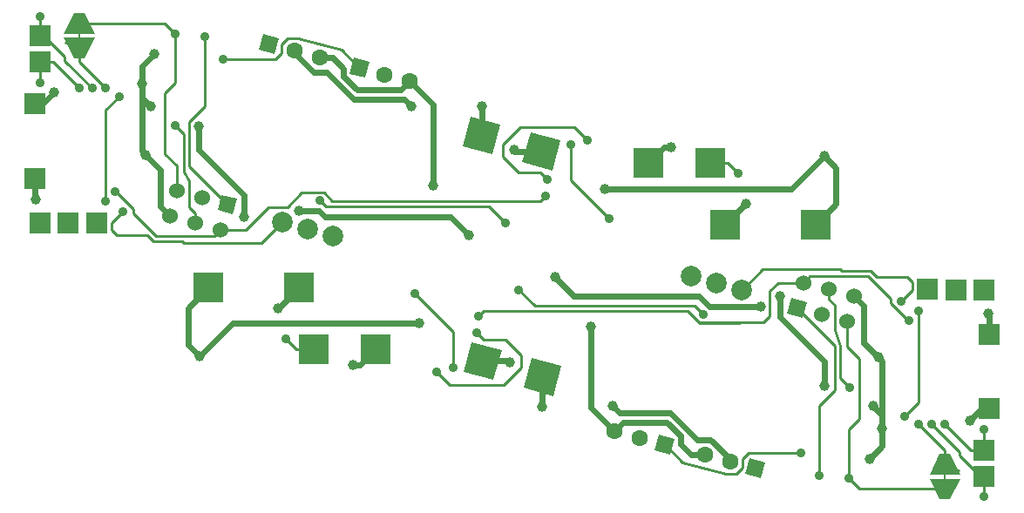
<source format=gtl>
%FSLAX46Y46*%
G04 Gerber Fmt 4.6, Leading zero omitted, Abs format (unit mm)*
G04 Created by KiCad (PCBNEW (2014-jul-16 BZR unknown)-product) date Sat 22 Nov 2014 08:56:03 PM CET*
%MOMM*%
G01*
G04 APERTURE LIST*
%ADD10C,0.150000*%
%ADD11C,2.000000*%
%ADD12R,3.000000X3.000000*%
%ADD13C,1.600000*%
%ADD14C,1.524000*%
%ADD15R,2.000000X2.000000*%
%ADD16C,1.000000*%
%ADD17C,0.889000*%
%ADD18C,0.600000*%
%ADD19C,0.254000*%
G04 APERTURE END LIST*
D10*
X239408000Y-128235000D02*
X239408000Y-127585000D01*
X155296902Y-84784902D02*
X155296902Y-85434902D01*
D11*
X217183000Y-109139000D03*
X219636452Y-109796400D03*
X214729548Y-108481600D03*
D12*
X178118000Y-115565000D03*
X184118000Y-115565000D03*
X176668000Y-109565000D03*
X167868000Y-109565000D03*
D10*
G36*
X240908000Y-127735000D02*
X237908000Y-127735000D01*
X238908000Y-125735000D01*
X239908000Y-125735000D01*
X240908000Y-127735000D01*
X240908000Y-127735000D01*
G37*
G36*
X237908000Y-128135000D02*
X240908000Y-128135000D01*
X239908000Y-130135000D01*
X238908000Y-130135000D01*
X237908000Y-128135000D01*
X237908000Y-128135000D01*
G37*
G36*
X213151248Y-124256715D02*
X212737137Y-125802196D01*
X211191656Y-125388085D01*
X211605767Y-123842604D01*
X213151248Y-124256715D01*
X213151248Y-124256715D01*
G37*
D13*
X209718000Y-124165000D03*
X207264548Y-123507600D03*
D10*
G36*
X202142894Y-117190797D02*
X201366437Y-120088574D01*
X198468660Y-119312117D01*
X199245117Y-116414340D01*
X202142894Y-117190797D01*
X202142894Y-117190797D01*
G37*
G36*
X196347340Y-115637883D02*
X195570883Y-118535660D01*
X192673106Y-117759203D01*
X193449563Y-114861426D01*
X196347340Y-115637883D01*
X196347340Y-115637883D01*
G37*
G36*
X224102592Y-112073140D02*
X224497033Y-110601069D01*
X225969104Y-110995510D01*
X225574663Y-112467581D01*
X224102592Y-112073140D01*
X224102592Y-112073140D01*
G37*
D14*
X225693249Y-109080874D03*
X227489300Y-112191726D03*
X228146700Y-109738274D03*
X229942751Y-112849126D03*
X230600152Y-110395675D03*
D15*
X237688000Y-109755000D03*
X240468000Y-109775000D03*
X243188000Y-109775000D03*
D10*
G36*
X221951248Y-126556715D02*
X221537137Y-128102196D01*
X219991656Y-127688085D01*
X220405767Y-126142604D01*
X221951248Y-126556715D01*
X221951248Y-126556715D01*
G37*
D13*
X218518000Y-126465000D03*
X216064548Y-125807600D03*
D15*
X243726000Y-121331000D03*
X243726000Y-114092000D03*
X243218000Y-127935000D03*
X243218000Y-125395000D03*
D11*
X177521902Y-103880902D03*
X175068450Y-103223502D03*
X179975354Y-104538302D03*
D12*
X216586902Y-97454902D03*
X210586902Y-97454902D03*
X218036902Y-103454902D03*
X226836902Y-103454902D03*
D10*
G36*
X153796902Y-85284902D02*
X156796902Y-85284902D01*
X155796902Y-87284902D01*
X154796902Y-87284902D01*
X153796902Y-85284902D01*
X153796902Y-85284902D01*
G37*
G36*
X156796902Y-84884902D02*
X153796902Y-84884902D01*
X154796902Y-82884902D01*
X155796902Y-82884902D01*
X156796902Y-84884902D01*
X156796902Y-84884902D01*
G37*
G36*
X181553654Y-88763187D02*
X181967765Y-87217706D01*
X183513246Y-87631817D01*
X183099135Y-89177298D01*
X181553654Y-88763187D01*
X181553654Y-88763187D01*
G37*
D13*
X184986902Y-88854902D03*
X187440354Y-89512302D03*
D10*
G36*
X192562008Y-95829105D02*
X193338465Y-92931328D01*
X196236242Y-93707785D01*
X195459785Y-96605562D01*
X192562008Y-95829105D01*
X192562008Y-95829105D01*
G37*
G36*
X198357562Y-97382019D02*
X199134019Y-94484242D01*
X202031796Y-95260699D01*
X201255339Y-98158476D01*
X198357562Y-97382019D01*
X198357562Y-97382019D01*
G37*
G36*
X170602310Y-100946762D02*
X170207869Y-102418833D01*
X168735798Y-102024392D01*
X169130239Y-100552321D01*
X170602310Y-100946762D01*
X170602310Y-100946762D01*
G37*
D14*
X169011653Y-103939028D03*
X167215602Y-100828176D03*
X166558202Y-103281628D03*
X164762151Y-100170776D03*
X164104750Y-102624227D03*
D15*
X157016902Y-103264902D03*
X154236902Y-103244902D03*
X151516902Y-103244902D03*
D10*
G36*
X172753654Y-86463187D02*
X173167765Y-84917706D01*
X174713246Y-85331817D01*
X174299135Y-86877298D01*
X172753654Y-86463187D01*
X172753654Y-86463187D01*
G37*
D13*
X176186902Y-86554902D03*
X178640354Y-87212302D03*
D15*
X150978902Y-91688902D03*
X150978902Y-98927902D03*
X151486902Y-85084902D03*
X151486902Y-87624902D03*
D16*
X201518000Y-108565000D03*
X221488000Y-111379000D03*
X176657000Y-102108000D03*
X193186902Y-104454902D03*
X241821000Y-122474000D03*
X152883902Y-90545902D03*
X174618000Y-111565000D03*
X220086902Y-101454902D03*
X205018000Y-113365000D03*
X189686902Y-99654902D03*
D17*
X194118000Y-112365000D03*
X235918000Y-112765000D03*
X200586902Y-100654902D03*
X158786902Y-100254902D03*
D16*
X223418000Y-110365000D03*
X227711000Y-119126000D03*
X171286902Y-102654902D03*
X166878000Y-93853000D03*
X232418000Y-121065000D03*
X197118000Y-116815000D03*
X181868000Y-117065000D03*
X233308000Y-123255000D03*
X232918000Y-116345000D03*
X232088000Y-126195000D03*
X243599000Y-112060000D03*
X162286902Y-91954902D03*
X197586902Y-96204902D03*
X212836902Y-95954902D03*
X161396902Y-89764902D03*
X161786902Y-96674902D03*
X162616902Y-86824902D03*
X151105902Y-100959902D03*
D17*
X236818000Y-111845000D03*
X235508000Y-122045000D03*
X157886902Y-101174902D03*
X159196902Y-90974902D03*
X227218000Y-127865000D03*
X167486902Y-85154902D03*
X230118000Y-119265000D03*
X164586902Y-93754902D03*
X175368000Y-114565000D03*
X219336902Y-98454902D03*
X187918000Y-110165000D03*
X191618000Y-117365000D03*
X206786902Y-102854902D03*
X203086902Y-95654902D03*
X239408000Y-122855000D03*
X243218000Y-123363000D03*
X155296902Y-90164902D03*
X151486902Y-89656902D03*
X238138000Y-122855000D03*
X243218000Y-129840000D03*
X156566902Y-90164902D03*
X151486902Y-83179902D03*
X236868000Y-122855000D03*
X157836902Y-90164902D03*
X225418000Y-125665000D03*
X169286902Y-87354902D03*
X235118000Y-110865000D03*
X159586902Y-102154902D03*
X178689000Y-101092000D03*
X198018000Y-109765000D03*
X215913000Y-112187000D03*
X196686902Y-103254902D03*
X230098000Y-128125000D03*
X164606902Y-84894902D03*
D16*
X188338000Y-113035000D03*
X167008000Y-116235000D03*
X206366902Y-99984902D03*
X227696902Y-96784902D03*
X207118000Y-121065000D03*
X200305777Y-121115000D03*
X187586902Y-91954902D03*
X194399125Y-91904902D03*
D17*
X193898000Y-113945000D03*
X190018000Y-117765000D03*
X200806902Y-99074902D03*
X204686902Y-95254902D03*
D18*
X201518000Y-108565000D02*
X203318000Y-110365000D01*
X203318000Y-110365000D02*
X215519000Y-110365000D01*
X215519000Y-110365000D02*
X216533000Y-111379000D01*
X216533000Y-111379000D02*
X221488000Y-111379000D01*
X178626000Y-102108000D02*
X176657000Y-102108000D01*
X193186902Y-104454902D02*
X191386902Y-102654902D01*
X191386902Y-102654902D02*
X179172902Y-102654902D01*
X179172902Y-102654902D02*
X178626000Y-102108000D01*
X215519000Y-110365000D02*
X215532000Y-110365000D01*
X242964000Y-121331000D02*
X241821000Y-122474000D01*
X243726000Y-121331000D02*
X242964000Y-121331000D01*
X151740902Y-91688902D02*
X152883902Y-90545902D01*
X150978902Y-91688902D02*
X151740902Y-91688902D01*
X176668000Y-109565000D02*
X174668000Y-111565000D01*
X174668000Y-111565000D02*
X174618000Y-111565000D01*
X218036902Y-103454902D02*
X220036902Y-101454902D01*
X220036902Y-101454902D02*
X220086902Y-101454902D01*
X216064548Y-125807600D02*
X214760600Y-125807600D01*
X208107148Y-122665000D02*
X207264548Y-123507600D01*
X212418000Y-122665000D02*
X208107148Y-122665000D01*
X213718000Y-123965000D02*
X212418000Y-122665000D01*
X213718000Y-124765000D02*
X213718000Y-123965000D01*
X214760600Y-125807600D02*
X213718000Y-124765000D01*
X205018000Y-113365000D02*
X205018000Y-121261052D01*
X205018000Y-121261052D02*
X207264548Y-123507600D01*
X178640354Y-87212302D02*
X179944302Y-87212302D01*
X186597754Y-90354902D02*
X187440354Y-89512302D01*
X182286902Y-90354902D02*
X186597754Y-90354902D01*
X180986902Y-89054902D02*
X182286902Y-90354902D01*
X180986902Y-88254902D02*
X180986902Y-89054902D01*
X179944302Y-87212302D02*
X180986902Y-88254902D01*
X189686902Y-99654902D02*
X189686902Y-91758850D01*
X189686902Y-91758850D02*
X187440354Y-89512302D01*
D19*
X180340000Y-101146900D02*
X179886900Y-101146900D01*
X171302776Y-103939028D02*
X171494776Y-103939028D01*
X171302776Y-103939028D02*
X169011653Y-103939028D01*
X171494776Y-103939028D02*
X172314902Y-103118902D01*
X173706804Y-101727000D02*
X172314902Y-103118902D01*
X175514000Y-101727000D02*
X173706804Y-101727000D01*
X176911000Y-100330000D02*
X175514000Y-101727000D01*
X179070000Y-100330000D02*
X176911000Y-100330000D01*
X179886900Y-101146900D02*
X179070000Y-100330000D01*
X215564000Y-113000000D02*
X219483000Y-113000000D01*
X215513000Y-112949000D02*
X215564000Y-113000000D01*
X214437002Y-111873002D02*
X215513000Y-112949000D01*
X194609998Y-111873002D02*
X214437002Y-111873002D01*
X194118000Y-112365000D02*
X194609998Y-111873002D01*
X225693249Y-109080874D02*
X226301121Y-108473002D01*
X235818000Y-112765000D02*
X235918000Y-112765000D01*
X234118000Y-111065000D02*
X235818000Y-112765000D01*
X234118000Y-110665000D02*
X234118000Y-111065000D01*
X231926002Y-108473002D02*
X234118000Y-110665000D01*
X226301121Y-108473002D02*
X231926002Y-108473002D01*
X223210126Y-109080874D02*
X222390000Y-109901000D01*
X222390000Y-109901000D02*
X222390000Y-112314000D01*
X222390000Y-112314000D02*
X221755000Y-112949000D01*
X221755000Y-112949000D02*
X215513000Y-112949000D01*
X225693249Y-109080874D02*
X223402126Y-109080874D01*
X223402126Y-109080874D02*
X223210126Y-109080874D01*
X200094904Y-101146900D02*
X180340000Y-101146900D01*
X180340000Y-101146900D02*
X180267900Y-101146900D01*
X200586902Y-100654902D02*
X200094904Y-101146900D01*
X169011653Y-103939028D02*
X168403781Y-104546900D01*
X168403781Y-104546900D02*
X162778900Y-104546900D01*
X162778900Y-104546900D02*
X160586902Y-102354902D01*
X160586902Y-102354902D02*
X160586902Y-101954902D01*
X160586902Y-101954902D02*
X158886902Y-100254902D01*
X158886902Y-100254902D02*
X158786902Y-100254902D01*
D18*
X227118000Y-116165000D02*
X227711000Y-116758000D01*
X223418000Y-110365000D02*
X223418000Y-112465000D01*
X223418000Y-112465000D02*
X227118000Y-116165000D01*
X227711000Y-116758000D02*
X227711000Y-119126000D01*
X167586902Y-96854902D02*
X166878000Y-96146000D01*
X171286902Y-102654902D02*
X171286902Y-100554902D01*
X171286902Y-100554902D02*
X167586902Y-96854902D01*
X166878000Y-96146000D02*
X166878000Y-93853000D01*
X233308000Y-123255000D02*
X233308000Y-121955000D01*
X233308000Y-121955000D02*
X232418000Y-121065000D01*
X194510223Y-116698543D02*
X197001543Y-116698543D01*
X197001543Y-116698543D02*
X197118000Y-116815000D01*
X182618000Y-117065000D02*
X184118000Y-115565000D01*
X181868000Y-117065000D02*
X182618000Y-117065000D01*
X232088000Y-126195000D02*
X233308000Y-124975000D01*
X233308000Y-124975000D02*
X233308000Y-123255000D01*
X232918000Y-116353523D02*
X233298000Y-116733523D01*
X232918000Y-116345000D02*
X232918000Y-116353523D01*
X233298000Y-116733523D02*
X233298000Y-124985000D01*
X233298000Y-124985000D02*
X232088000Y-126195000D01*
X231518000Y-114945000D02*
X231518000Y-111313523D01*
X231518000Y-111313523D02*
X230600152Y-110395675D01*
X232918000Y-116345000D02*
X231518000Y-114945000D01*
X243726000Y-112187000D02*
X243726000Y-114092000D01*
X243599000Y-112060000D02*
X243726000Y-112187000D01*
X161396902Y-89764902D02*
X161396902Y-91064902D01*
X161396902Y-91064902D02*
X162286902Y-91954902D01*
X200194679Y-96321359D02*
X197703359Y-96321359D01*
X197703359Y-96321359D02*
X197586902Y-96204902D01*
X212086902Y-95954902D02*
X210586902Y-97454902D01*
X212836902Y-95954902D02*
X212086902Y-95954902D01*
X162616902Y-86824902D02*
X161396902Y-88044902D01*
X161396902Y-88044902D02*
X161396902Y-89764902D01*
X161786902Y-96666379D02*
X161406902Y-96286379D01*
X161786902Y-96674902D02*
X161786902Y-96666379D01*
X161406902Y-96286379D02*
X161406902Y-88034902D01*
X161406902Y-88034902D02*
X162616902Y-86824902D01*
X163186902Y-98074902D02*
X163186902Y-101706379D01*
X163186902Y-101706379D02*
X164104750Y-102624227D01*
X161786902Y-96674902D02*
X163186902Y-98074902D01*
X150978902Y-100832902D02*
X150978902Y-98927902D01*
X151105902Y-100959902D02*
X150978902Y-100832902D01*
D19*
X236818000Y-120735000D02*
X236818000Y-111845000D01*
X235508000Y-122045000D02*
X236818000Y-120735000D01*
X157886902Y-92284902D02*
X157886902Y-101174902D01*
X159196902Y-90974902D02*
X157886902Y-92284902D01*
X225035848Y-111534325D02*
X228727000Y-115225477D01*
X227218000Y-121065000D02*
X227218000Y-127865000D01*
X228727000Y-119556000D02*
X227218000Y-121065000D01*
X228727000Y-115225477D02*
X228727000Y-119556000D01*
X169669054Y-101485577D02*
X165951902Y-97768425D01*
X167486902Y-91954902D02*
X167486902Y-85154902D01*
X165951902Y-93489902D02*
X167486902Y-91954902D01*
X165951902Y-97768425D02*
X165951902Y-93489902D01*
X228146700Y-109738274D02*
X228146700Y-110693700D01*
X229235000Y-118373000D02*
X230118000Y-119265000D01*
X228718000Y-111265000D02*
X228718000Y-113665000D01*
X228718000Y-113665000D02*
X229235000Y-115189000D01*
X229235000Y-115189000D02*
X229235000Y-118373000D01*
X228146700Y-110693700D02*
X228718000Y-111265000D01*
X166558202Y-103281628D02*
X166558202Y-102326202D01*
X165478902Y-94646902D02*
X164586902Y-93754902D01*
X165986902Y-101754902D02*
X165986902Y-99187000D01*
X165986902Y-99187000D02*
X165478902Y-98298000D01*
X165478902Y-98298000D02*
X165478902Y-94646902D01*
X166558202Y-102326202D02*
X165986902Y-101754902D01*
X178118000Y-115565000D02*
X176368000Y-115565000D01*
X176368000Y-115565000D02*
X175368000Y-114565000D01*
X216586902Y-97454902D02*
X218336902Y-97454902D01*
X218336902Y-97454902D02*
X219336902Y-98454902D01*
X191618000Y-113865000D02*
X187918000Y-110165000D01*
X191618000Y-117365000D02*
X191618000Y-113865000D01*
X203086902Y-99154902D02*
X206786902Y-102854902D01*
X203086902Y-95654902D02*
X203086902Y-99154902D01*
X241948000Y-125395000D02*
X239408000Y-122855000D01*
X243218000Y-125395000D02*
X241948000Y-125395000D01*
X243218000Y-123363000D02*
X243218000Y-125395000D01*
X152756902Y-87624902D02*
X155296902Y-90164902D01*
X151486902Y-87624902D02*
X152756902Y-87624902D01*
X151486902Y-89656902D02*
X151486902Y-87624902D01*
X240805000Y-125522000D02*
X238138000Y-122855000D01*
X240805000Y-125903000D02*
X240805000Y-125522000D01*
X242837000Y-127935000D02*
X240805000Y-125903000D01*
X243218000Y-127935000D02*
X242837000Y-127935000D01*
X243218000Y-127935000D02*
X243218000Y-129840000D01*
X153899902Y-87497902D02*
X156566902Y-90164902D01*
X153899902Y-87116902D02*
X153899902Y-87497902D01*
X151867902Y-85084902D02*
X153899902Y-87116902D01*
X151486902Y-85084902D02*
X151867902Y-85084902D01*
X151486902Y-85084902D02*
X151486902Y-83179902D01*
X240688000Y-127335000D02*
X240728000Y-127295000D01*
X239408000Y-125395000D02*
X236868000Y-122855000D01*
X239408000Y-126735000D02*
X239408000Y-125395000D01*
X154016902Y-85684902D02*
X153976902Y-85724902D01*
X155296902Y-87624902D02*
X157836902Y-90164902D01*
X155296902Y-86284902D02*
X155296902Y-87624902D01*
X212171452Y-124822400D02*
X213918000Y-126565000D01*
X220318000Y-125665000D02*
X225418000Y-125665000D01*
X219718000Y-126265000D02*
X220318000Y-125665000D01*
X219718000Y-127065000D02*
X219718000Y-126265000D01*
X219121948Y-127661052D02*
X219718000Y-127065000D01*
X218118000Y-127665000D02*
X219121948Y-127661052D01*
X213918000Y-126565000D02*
X218118000Y-127665000D01*
X212171452Y-124822400D02*
X212171452Y-125018452D01*
X182533450Y-88197502D02*
X180786902Y-86454902D01*
X174386902Y-87354902D02*
X169286902Y-87354902D01*
X174986902Y-86754902D02*
X174386902Y-87354902D01*
X174986902Y-85954902D02*
X174986902Y-86754902D01*
X175582954Y-85358850D02*
X174986902Y-85954902D01*
X176586902Y-85354902D02*
X175582954Y-85358850D01*
X180786902Y-86454902D02*
X176586902Y-85354902D01*
X182533450Y-88197502D02*
X182533450Y-88001450D01*
X220071452Y-109422400D02*
X221728852Y-107765000D01*
X236218000Y-109765000D02*
X235118000Y-110865000D01*
X236218000Y-109065000D02*
X236218000Y-109765000D01*
X235718000Y-108565000D02*
X236218000Y-109065000D01*
X232818000Y-108565000D02*
X235718000Y-108565000D01*
X232218000Y-107965000D02*
X232818000Y-108565000D01*
X229318000Y-107965000D02*
X232218000Y-107965000D01*
X229318000Y-107765000D02*
X229318000Y-107965000D01*
X221728852Y-107765000D02*
X229318000Y-107765000D01*
X174633450Y-103597502D02*
X172976050Y-105254902D01*
X158486902Y-103254902D02*
X159586902Y-102154902D01*
X158486902Y-103954902D02*
X158486902Y-103254902D01*
X158986902Y-104454902D02*
X158486902Y-103954902D01*
X161886902Y-104454902D02*
X158986902Y-104454902D01*
X162486902Y-105054902D02*
X161886902Y-104454902D01*
X165386902Y-105054902D02*
X162486902Y-105054902D01*
X165386902Y-105254902D02*
X165386902Y-105054902D01*
X172976050Y-105254902D02*
X165386902Y-105254902D01*
X179705000Y-101654902D02*
X179251902Y-101654902D01*
X179251902Y-101654902D02*
X178689000Y-101092000D01*
X215024000Y-111298000D02*
X215024000Y-111365000D01*
X198018000Y-109765000D02*
X199618000Y-111365000D01*
X199618000Y-111365000D02*
X215024000Y-111365000D01*
X215913000Y-112187000D02*
X215091000Y-111365000D01*
X215091000Y-111365000D02*
X215024000Y-111298000D01*
X195086902Y-101654902D02*
X179705000Y-101654902D01*
X179705000Y-101654902D02*
X179680902Y-101654902D01*
X196686902Y-103254902D02*
X195086902Y-101654902D01*
X230098000Y-123385000D02*
X231118000Y-122365000D01*
X231118000Y-122365000D02*
X231118000Y-116465000D01*
X231118000Y-116465000D02*
X229942751Y-115289751D01*
X229942751Y-115289751D02*
X229942751Y-112849126D01*
X230098000Y-128125000D02*
X230098000Y-123385000D01*
X231108000Y-129135000D02*
X230098000Y-128125000D01*
X239408000Y-129135000D02*
X231108000Y-129135000D01*
X164606902Y-89634902D02*
X163586902Y-90654902D01*
X163586902Y-90654902D02*
X163586902Y-96554902D01*
X163586902Y-96554902D02*
X164762151Y-97730151D01*
X164762151Y-97730151D02*
X164762151Y-100170776D01*
X164606902Y-84894902D02*
X164606902Y-89634902D01*
X163596902Y-83884902D02*
X164606902Y-84894902D01*
X155296902Y-83884902D02*
X163596902Y-83884902D01*
D18*
X188338000Y-113035000D02*
X170208000Y-113035000D01*
X170208000Y-113035000D02*
X167008000Y-116235000D01*
X167008000Y-116235000D02*
X165868000Y-115095000D01*
X165868000Y-111565000D02*
X167868000Y-109565000D01*
X165868000Y-115095000D02*
X165868000Y-111565000D01*
X206366902Y-99984902D02*
X224496902Y-99984902D01*
X224496902Y-99984902D02*
X227696902Y-96784902D01*
X227696902Y-96784902D02*
X228836902Y-97924902D01*
X228836902Y-101454902D02*
X226836902Y-103454902D01*
X228836902Y-97924902D02*
X228836902Y-101454902D01*
X218518000Y-126465000D02*
X218518000Y-126265000D01*
X218518000Y-126265000D02*
X216618000Y-124365000D01*
X216618000Y-124365000D02*
X215325742Y-124365000D01*
X215325742Y-124365000D02*
X212725742Y-121765000D01*
X212725742Y-121765000D02*
X207818000Y-121765000D01*
X207818000Y-121765000D02*
X207118000Y-121065000D01*
X200305777Y-121115000D02*
X200305777Y-118251457D01*
X176186902Y-86554902D02*
X176186902Y-86754902D01*
X176186902Y-86754902D02*
X178086902Y-88654902D01*
X178086902Y-88654902D02*
X179379160Y-88654902D01*
X179379160Y-88654902D02*
X181979160Y-91254902D01*
X181979160Y-91254902D02*
X186886902Y-91254902D01*
X186886902Y-91254902D02*
X187586902Y-91954902D01*
X194399125Y-91904902D02*
X194399125Y-94768445D01*
D19*
X194618000Y-114665000D02*
X196718000Y-114665000D01*
X196718000Y-114665000D02*
X198218000Y-116165000D01*
X198218000Y-116165000D02*
X198218000Y-117365000D01*
X198218000Y-117365000D02*
X196518000Y-119065000D01*
X196518000Y-119065000D02*
X191318000Y-119065000D01*
X191318000Y-119065000D02*
X190018000Y-117765000D01*
X194618000Y-114665000D02*
X193898000Y-113945000D01*
X200086902Y-98354902D02*
X197986902Y-98354902D01*
X197986902Y-98354902D02*
X196486902Y-96854902D01*
X196486902Y-96854902D02*
X196486902Y-95654902D01*
X196486902Y-95654902D02*
X198186902Y-93954902D01*
X198186902Y-93954902D02*
X203386902Y-93954902D01*
X203386902Y-93954902D02*
X204686902Y-95254902D01*
X200086902Y-98354902D02*
X200806902Y-99074902D01*
M02*

</source>
